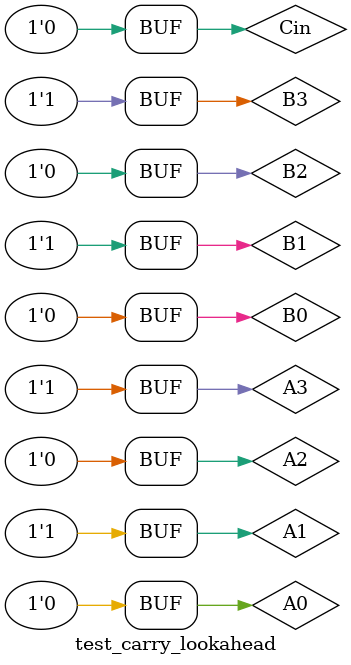
<source format=v>
`timescale 1ns / 1ps

module test_carry_lookahead();

	reg A3,A2,A1,A0;
	reg B3,B2,B1,B0;
	reg Cin;
	
	wire S0,S1,S2,S3;
	wire Cout_4;
	
	carry_lookahead uut(
		.A3(A3),
		.A2(A2),
		.A1(A1),
		.A0(A0),
		.B3(B3),
		.B2(B2),
		.B1(B1),
		.B0(B0),
		.C0(Cin),
		.S0(S0),
		.S1(S1),
		.S2(S2),
		.S3(S3),
		.Cout_4(Cout_4)
	);
	
	initial begin
	//3 + 5
	A3 = 1'b0; 
	A2 = 1'b0;
	A1 = 1'b1;
	A0 = 1'b1;
	
	B3 = 1'b0; 
	B2 = 1'b1;
	B1 = 1'b0;
	B0 = 1'b1;	
	
	Cin = 0;
	
	//7 + 7
	#10
	A3 = 1'b0; 
	A2 = 1'b1;
	A1 = 1'b1;
	A0 = 1'b1;
	
	B3 = 1'b0; 
	B2 = 1'b1;
	B1 = 1'b1;
	B0 = 1'b1;	
	
	Cin = 0;
	
	//9 + 6
	#10
	A3 = 1'b1; 
	A2 = 1'b0;
	A1 = 1'b0;
	A0 = 1'b1;
	
	B3 = 1'b0; 
	B2 = 1'b1;
	B1 = 1'b1;
	B0 = 1'b0;	
	
	Cin = 0;
	
	//10 + 10
	#10
	A3 = 1'b1; 
	A2 = 1'b0;
	A1 = 1'b1;
	A0 = 1'b0;
	
	B3 = 1'b1; 
	B2 = 1'b0;
	B1 = 1'b1;
	B0 = 1'b0;	
	
	Cin = 0;
	
	end 
endmodule 
</source>
